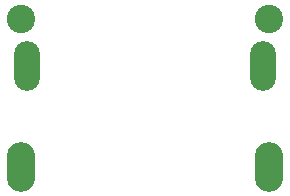
<source format=gts>
G04*
G04 #@! TF.GenerationSoftware,Altium Limited,Altium Designer,19.1.7 (138)*
G04*
G04 Layer_Color=8388736*
%FSLAX25Y25*%
%MOIN*%
G70*
G01*
G75*
%ADD11O,0.08674X0.16548*%
%ADD12O,0.09461X0.16548*%
%ADD13C,0.09461*%
D11*
X88583Y43307D02*
D03*
X9843D02*
D03*
D12*
X90551Y9843D02*
D03*
X7874D02*
D03*
D13*
Y59055D02*
D03*
X90551D02*
D03*
M02*

</source>
